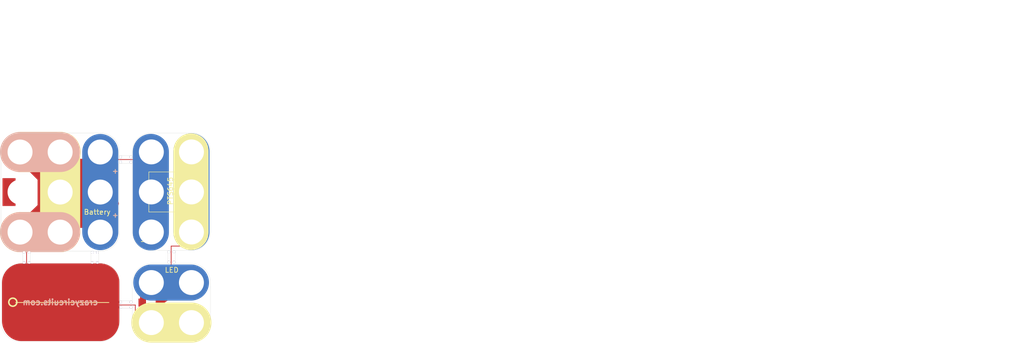
<source format=kicad_pcb>
(kicad_pcb (version 4) (host pcbnew 4.0.5-e0-6337~49~ubuntu16.04.1)

  (general
    (links 13)
    (no_connects 11)
    (area 53.377353 49.083 260.844759 118.458047)
    (thickness 1.6)
    (drawings 3)
    (tracks 24)
    (zones 0)
    (modules 9)
    (nets 4)
  )

  (page USLetter)
  (title_block
    (title "LimitedSMTLED-SMTButton-Battery Circuit Kit")
    (date "06 Jul 2017")
    (rev 1.0)
    (company "All rights reserved.")
    (comment 1 help@browndoggadgets.com)
    (comment 2 http://browndoggadgets.com/)
    (comment 3 "Brown Dog Gadgets")
  )

  (layers
    (0 F.Cu signal)
    (31 B.Cu signal)
    (34 B.Paste user)
    (35 F.Paste user)
    (36 B.SilkS user)
    (37 F.SilkS user)
    (38 B.Mask user)
    (39 F.Mask user)
    (40 Dwgs.User user)
    (44 Edge.Cuts user)
    (46 B.CrtYd user)
    (47 F.CrtYd user)
    (48 B.Fab user)
    (49 F.Fab user)
  )

  (setup
    (last_trace_width 0.1524)
    (user_trace_width 0.1524)
    (user_trace_width 0.254)
    (user_trace_width 0.3302)
    (user_trace_width 0.508)
    (user_trace_width 0.762)
    (user_trace_width 1.27)
    (trace_clearance 0.127)
    (zone_clearance 0.508)
    (zone_45_only no)
    (trace_min 0.1524)
    (segment_width 0.1524)
    (edge_width 0.1524)
    (via_size 0.6858)
    (via_drill 0.3302)
    (via_min_size 0.6858)
    (via_min_drill 0.3302)
    (user_via 0.6858 0.3302)
    (user_via 0.762 0.4064)
    (user_via 0.8636 0.508)
    (uvia_size 0.6858)
    (uvia_drill 0.3302)
    (uvias_allowed no)
    (uvia_min_size 0)
    (uvia_min_drill 0)
    (pcb_text_width 0.1524)
    (pcb_text_size 1.016 1.016)
    (mod_edge_width 0.1524)
    (mod_text_size 1.016 1.016)
    (mod_text_width 0.1524)
    (pad_size 1.524 1.524)
    (pad_drill 0.762)
    (pad_to_mask_clearance 0.0762)
    (solder_mask_min_width 0.1016)
    (pad_to_paste_clearance -0.0762)
    (aux_axis_origin 0 0)
    (visible_elements FFFEDF7D)
    (pcbplotparams
      (layerselection 0x310fc_80000001)
      (usegerberextensions true)
      (excludeedgelayer true)
      (linewidth 0.100000)
      (plotframeref false)
      (viasonmask false)
      (mode 1)
      (useauxorigin false)
      (hpglpennumber 1)
      (hpglpenspeed 20)
      (hpglpendiameter 15)
      (hpglpenoverlay 2)
      (psnegative false)
      (psa4output false)
      (plotreference true)
      (plotvalue true)
      (plotinvisibletext false)
      (padsonsilk false)
      (subtractmaskfromsilk false)
      (outputformat 1)
      (mirror false)
      (drillshape 0)
      (scaleselection 1)
      (outputdirectory gerbers))
  )

  (net 0 "")
  (net 1 GND)
  (net 2 "Net-(LED1-Pad+)")
  (net 3 VCC)

  (net_class Default "This is the default net class."
    (clearance 0.127)
    (trace_width 0.1524)
    (via_dia 0.6858)
    (via_drill 0.3302)
    (uvia_dia 0.6858)
    (uvia_drill 0.3302)
    (add_net GND)
    (add_net "Net-(LED1-Pad+)")
    (add_net VCC)
  )

  (module Crazy_Circuits:TAB-20MIL-2x2-SNAP (layer F.Cu) (tedit 582F3AD7) (tstamp 588F2E14)
    (at 62.1234 100.292)
    (fp_text reference REF** (at 1.778 -4.318) (layer F.Fab) hide
      (effects (font (size 1 1) (thickness 0.15)))
    )
    (fp_text value TAB-20MIL-2x4-SNAP (at 0 -4.1) (layer F.Fab) hide
      (effects (font (size 1 1) (thickness 0.15)))
    )
    (fp_line (start -0.762 1.27) (end -0.762 -1.27) (layer Edge.Cuts) (width 0.04064))
    (fp_line (start 0.762 1.27) (end 0.762 -1.27) (layer Edge.Cuts) (width 0.04064))
    (fp_line (start -0.762 1.27) (end -0.762 -1.27) (layer F.Fab) (width 0.04064))
    (fp_line (start 0.762 1.27) (end 0.762 -1.27) (layer F.Fab) (width 0.04064))
    (pad 1 thru_hole circle (at -0.508 -1.016) (size 0.5 0.5) (drill 0.5) (layers *.Cu))
    (pad 1 thru_hole circle (at 0.508 -1.016) (size 0.5 0.5) (drill 0.5) (layers *.Cu))
    (pad 1 thru_hole circle (at 0.508 1.016) (size 0.5 0.5) (drill 0.5) (layers *.Cu))
    (pad 1 thru_hole circle (at -0.508 1.016) (size 0.5 0.5) (drill 0.5) (layers *.Cu))
  )

  (module Crazy_Circuits:TAB-20MIL-2x2-SNAP (layer F.Cu) (tedit 582F3AD7) (tstamp 588F2E09)
    (at 75.7234 100.292)
    (fp_text reference REF** (at 1.778 -4.318) (layer F.Fab) hide
      (effects (font (size 1 1) (thickness 0.15)))
    )
    (fp_text value TAB-20MIL-2x4-SNAP (at 0 -4.1) (layer F.Fab) hide
      (effects (font (size 1 1) (thickness 0.15)))
    )
    (fp_line (start -0.762 1.27) (end -0.762 -1.27) (layer Edge.Cuts) (width 0.04064))
    (fp_line (start 0.762 1.27) (end 0.762 -1.27) (layer Edge.Cuts) (width 0.04064))
    (fp_line (start -0.762 1.27) (end -0.762 -1.27) (layer F.Fab) (width 0.04064))
    (fp_line (start 0.762 1.27) (end 0.762 -1.27) (layer F.Fab) (width 0.04064))
    (pad 1 thru_hole circle (at -0.508 -1.016) (size 0.5 0.5) (drill 0.5) (layers *.Cu))
    (pad 1 thru_hole circle (at 0.508 -1.016) (size 0.5 0.5) (drill 0.5) (layers *.Cu))
    (pad 1 thru_hole circle (at 0.508 1.016) (size 0.5 0.5) (drill 0.5) (layers *.Cu))
    (pad 1 thru_hole circle (at -0.508 1.016) (size 0.5 0.5) (drill 0.5) (layers *.Cu))
  )

  (module Crazy_Circuits:TAB-20MIL-2x2-SNAP (layer F.Cu) (tedit 582F3AD7) (tstamp 588F2DC4)
    (at 81.9234 109.712 270)
    (fp_text reference REF** (at 1.778 -4.318 270) (layer F.Fab) hide
      (effects (font (size 1 1) (thickness 0.15)))
    )
    (fp_text value TAB-20MIL-2x4-SNAP (at 0 -4.1 270) (layer F.Fab) hide
      (effects (font (size 1 1) (thickness 0.15)))
    )
    (fp_line (start -0.762 1.27) (end -0.762 -1.27) (layer Edge.Cuts) (width 0.04064))
    (fp_line (start 0.762 1.27) (end 0.762 -1.27) (layer Edge.Cuts) (width 0.04064))
    (fp_line (start -0.762 1.27) (end -0.762 -1.27) (layer F.Fab) (width 0.04064))
    (fp_line (start 0.762 1.27) (end 0.762 -1.27) (layer F.Fab) (width 0.04064))
    (pad 1 thru_hole circle (at -0.508 -1.016 270) (size 0.5 0.5) (drill 0.5) (layers *.Cu))
    (pad 1 thru_hole circle (at 0.508 -1.016 270) (size 0.5 0.5) (drill 0.5) (layers *.Cu))
    (pad 1 thru_hole circle (at 0.508 1.016 270) (size 0.5 0.5) (drill 0.5) (layers *.Cu))
    (pad 1 thru_hole circle (at -0.508 1.016 270) (size 0.5 0.5) (drill 0.5) (layers *.Cu))
  )

  (module Crazy_Circuits:TAB-20MIL-2x2-SNAP (layer F.Cu) (tedit 582F3AD7) (tstamp 588F26D4)
    (at 81.9134 80.722 90)
    (fp_text reference REF** (at 1.778 -4.318 90) (layer F.Fab) hide
      (effects (font (size 1 1) (thickness 0.15)))
    )
    (fp_text value TAB-20MIL-2x4-SNAP (at 0 -4.1 90) (layer F.Fab) hide
      (effects (font (size 1 1) (thickness 0.15)))
    )
    (fp_line (start -0.762 1.27) (end -0.762 -1.27) (layer Edge.Cuts) (width 0.04064))
    (fp_line (start 0.762 1.27) (end 0.762 -1.27) (layer Edge.Cuts) (width 0.04064))
    (fp_line (start -0.762 1.27) (end -0.762 -1.27) (layer F.Fab) (width 0.04064))
    (fp_line (start 0.762 1.27) (end 0.762 -1.27) (layer F.Fab) (width 0.04064))
    (pad 1 thru_hole circle (at -0.508 -1.016 90) (size 0.5 0.5) (drill 0.5) (layers *.Cu))
    (pad 1 thru_hole circle (at 0.508 -1.016 90) (size 0.5 0.5) (drill 0.5) (layers *.Cu))
    (pad 1 thru_hole circle (at 0.508 1.016 90) (size 0.5 0.5) (drill 0.5) (layers *.Cu))
    (pad 1 thru_hole circle (at -0.508 1.016 90) (size 0.5 0.5) (drill 0.5) (layers *.Cu))
  )

  (module Crazy_Circuits:TAB-20MIL-2x2-SNAP (layer F.Cu) (tedit 582F3AD7) (tstamp 588F26C5)
    (at 91.0114 100.196 180)
    (fp_text reference REF** (at 1.778 -4.318 180) (layer F.Fab) hide
      (effects (font (size 1 1) (thickness 0.15)))
    )
    (fp_text value TAB-20MIL-2x4-SNAP (at 0 -4.1 180) (layer F.Fab) hide
      (effects (font (size 1 1) (thickness 0.15)))
    )
    (fp_line (start -0.762 1.27) (end -0.762 -1.27) (layer Edge.Cuts) (width 0.04064))
    (fp_line (start 0.762 1.27) (end 0.762 -1.27) (layer Edge.Cuts) (width 0.04064))
    (fp_line (start -0.762 1.27) (end -0.762 -1.27) (layer F.Fab) (width 0.04064))
    (fp_line (start 0.762 1.27) (end 0.762 -1.27) (layer F.Fab) (width 0.04064))
    (pad 1 thru_hole circle (at -0.508 -1.016 180) (size 0.5 0.5) (drill 0.5) (layers *.Cu))
    (pad 1 thru_hole circle (at 0.508 -1.016 180) (size 0.5 0.5) (drill 0.5) (layers *.Cu))
    (pad 1 thru_hole circle (at 0.508 1.016 180) (size 0.5 0.5) (drill 0.5) (layers *.Cu))
    (pad 1 thru_hole circle (at -0.508 1.016 180) (size 0.5 0.5) (drill 0.5) (layers *.Cu))
  )

  (module Crazy_Circuits:LOGO-CRAZY-2x3 (layer F.Cu) (tedit 5890D93F) (tstamp 58915F29)
    (at 64.8334 109.2825)
    (descr "LED 5mm round vertical")
    (tags "LED 5mm round vertical")
    (fp_text reference LOGO (at 4.05 -0.2005) (layer F.Fab)
      (effects (font (size 1 1) (thickness 0.15)))
    )
    (fp_text value Val** (at 0 0) (layer F.SilkS) hide
      (effects (font (thickness 0.15)))
    )
    (fp_text user crazycircuits.com (at 4 -0.0635) (layer B.SilkS)
      (effects (font (size 1.143 1.143) (thickness 0.254)) (justify mirror))
    )
    (fp_line (start 15 -1.4) (end 13.5 -0.4) (layer F.Mask) (width 0.5))
    (fp_line (start 13.161 -0.354) (end 14.4945 -1.3065) (layer F.Mask) (width 0.1524))
    (fp_line (start 14.1135 -1.1795) (end 13.161 -0.354) (layer F.Mask) (width 0.1524))
    (fp_line (start 13.034 -0.4175) (end 14.1135 -1.1795) (layer F.Mask) (width 0.1524))
    (fp_line (start 13.923 -1.116) (end 13.034 -0.4175) (layer F.Mask) (width 0.1524))
    (fp_line (start 12.78 -0.354) (end 13.923 -1.116) (layer F.Mask) (width 0.1524))
    (fp_line (start 13.6055 -0.989) (end 12.78 -0.354) (layer F.Mask) (width 0.1524))
    (fp_line (start 12.653 -0.4175) (end 13.6055 -0.989) (layer F.Mask) (width 0.1524))
    (fp_line (start 13.415 -0.989) (end 12.653 -0.4175) (layer F.Mask) (width 0.1524))
    (fp_line (start 12.653 -0.5445) (end 13.415 -0.989) (layer F.Mask) (width 0.1524))
    (fp_line (start 13.161 -0.989) (end 12.653 -0.5445) (layer F.Mask) (width 0.1524))
    (fp_line (start 12.5895 -0.6715) (end 13.161 -0.989) (layer F.Mask) (width 0.1524))
    (fp_line (start 13.161 -1.1795) (end 12.5895 -0.6715) (layer F.Mask) (width 0.1524))
    (fp_line (start 13.161 -1.3065) (end 12.526 -0.7985) (layer F.Mask) (width 0.1524))
    (fp_line (start 13.288 -1.497) (end 12.4625 -0.9255) (layer F.Mask) (width 0.1524))
    (fp_line (start 13.288 -1.624) (end 12.4625 -1.0525) (layer F.Mask) (width 0.1524))
    (fp_line (start 11.2 -0.4) (end 10 -1.9) (layer F.Mask) (width 0.5))
    (fp_line (start 13.6 -0.4) (end 11.2315 -0.4) (layer F.Mask) (width 0.5))
    (fp_line (start 14.939 -1.4335) (end 13.3515 -0.2905) (layer F.Mask) (width 0.1524))
    (fp_line (start 13.161 -0.989) (end 14.939 -1.4335) (layer F.Mask) (width 0.5))
    (fp_line (start 14 -2.5) (end 13.161 -0.989) (layer F.Mask) (width 0.5))
    (fp_line (start 12.399 -1.1795) (end 14 -2.5) (layer F.Mask) (width 0.5))
    (fp_line (start 11.6 -3.6) (end 12.399 -1.116) (layer F.Mask) (width 0.5))
    (fp_line (start 11.637 -1.243) (end 11.6 -3.5) (layer F.Mask) (width 0.5))
    (fp_line (start 10 -2) (end 11.637 -1.243) (layer F.Mask) (width 0.5))
    (fp_line (start 11.383 -0.2905) (end 10.5575 -1.497) (layer F.Mask) (width 0.1524))
    (fp_line (start -4.8895 0) (end 13.7 0) (layer F.SilkS) (width 0.1524))
    (fp_circle (center -5.461 -0.0635) (end -5 0.6) (layer F.SilkS) (width 0.3))
    (fp_text user CRAZY (at 1.2 -1.9) (layer F.SilkS) hide
      (effects (font (size 2.5 2.5) (thickness 0.5)))
    )
    (fp_line (start 11.9 -7.8) (end -3.9 -7.8) (layer Edge.Cuts) (width 0.04064))
    (fp_line (start 11.9 7.8) (end -3.9 7.8) (layer Edge.Cuts) (width 0.04064))
    (fp_line (start 15.8 3.9) (end 15.8 -3.9) (layer Edge.Cuts) (width 0.04064))
    (fp_line (start -7.8 3.9) (end -7.8 -3.9) (layer Edge.Cuts) (width 0.04064))
    (fp_arc (start 11.9 -3.9) (end 11.9 -7.8) (angle 90) (layer Edge.Cuts) (width 0.04064))
    (fp_arc (start 11.9 3.9) (end 15.8 3.9) (angle 90) (layer Edge.Cuts) (width 0.04064))
    (fp_arc (start -3.9 3.9) (end -3.9 7.8) (angle 90) (layer Edge.Cuts) (width 0.04064))
    (fp_arc (start -3.9 -3.9) (end -7.8 -3.9) (angle 90) (layer Edge.Cuts) (width 0.04064))
    (fp_line (start 12 -7.8) (end -3.9 -7.8) (layer F.Fab) (width 0.04064))
    (fp_line (start 12 7.8) (end -3.9 7.8) (layer F.Fab) (width 0.04064))
    (fp_line (start 15.8 3.9) (end 15.8 -3.9) (layer F.Fab) (width 0.04064))
    (fp_line (start -7.8 3.9) (end -7.8 -3.9) (layer F.Fab) (width 0.04064))
    (fp_arc (start 11.9 -3.9) (end 11.9 -7.8) (angle 90) (layer F.Fab) (width 0.04064))
    (fp_arc (start 11.9 3.9) (end 15.8 3.9) (angle 90) (layer F.Fab) (width 0.04064))
    (fp_arc (start -3.9 3.9) (end -3.9 7.8) (angle 90) (layer F.Fab) (width 0.04064))
    (fp_arc (start -3.9 -3.9) (end -7.8 -3.9) (angle 90) (layer F.Fab) (width 0.04064))
    (fp_text user CIRCUITS (at 6.1 2.2) (layer F.SilkS) hide
      (effects (font (size 2.5 2.5) (thickness 0.5)))
    )
    (fp_line (start 11.637 -0.4175) (end 11.002 -1.3065) (layer F.Mask) (width 0.5))
    (fp_line (start 11.8275 -0.4175) (end 11.256 -1.243) (layer F.Mask) (width 0.254))
    (fp_line (start 11.9545 -0.4175) (end 11.51 -1.1795) (layer F.Mask) (width 0.254))
    (fp_line (start 12.2085 -0.4175) (end 11.764 -1.243) (layer F.Mask) (width 0.254))
    (fp_line (start 12.399 -0.4175) (end 11.8275 -1.497) (layer F.Mask) (width 0.254))
    (fp_line (start 12.5895 -0.4175) (end 11.7005 -2.132) (layer F.Mask) (width 0.254))
    (fp_line (start 11.764 -1.4335) (end 11.7005 -2.259) (layer F.Mask) (width 0.254))
    (pad BG smd oval (at 4.1 -4) (size 23.24 7.62) (layers F.Cu))
    (pad BG smd oval (at -3.81 -0.127 90) (size 15.24 7.62) (layers F.Cu))
    (pad BG smd oval (at 12 -0.1905 270) (size 15.24 7.62) (layers F.Cu))
    (pad BG smd oval (at 4.1 3.9) (size 23.24 7.62) (layers F.Cu))
    (pad BG smd oval (at 4.1 0) (size 23.24 7.62) (layers F.Cu))
  )

  (module Crazy_Circuits:LED-SMT-1206-2x2-LIMITED (layer F.Cu) (tedit 595EEB3D) (tstamp 588E827C)
    (at 87 113.3)
    (descr "1206 surface mount centered 2x2")
    (path /5812A3C4)
    (fp_text reference LED1 (at 0 0) (layer F.SilkS)
      (effects (font (thickness 0.15)))
    )
    (fp_text value LED (at 4.1 -3.9) (layer F.Fab) hide
      (effects (font (size 1 1) (thickness 0.15)))
    )
    (fp_arc (start 0 0) (end 2.8 0) (angle 180) (layer F.Mask) (width 0.6))
    (fp_line (start 1.75 -4) (end 4 -5.5) (layer F.Cu) (width 1))
    (fp_line (start 3 -6.75) (end 3 -5.75) (layer F.Fab) (width 0.04064))
    (fp_line (start 5 -6.75) (end 3 -6.75) (layer F.Fab) (width 0.04064))
    (fp_line (start 5 -0.75) (end 5 -6.75) (layer F.Fab) (width 0.04064))
    (fp_line (start 3 -0.75) (end 5 -0.75) (layer F.Fab) (width 0.04064))
    (fp_line (start 3 -5.75) (end 3 -0.75) (layer F.Fab) (width 0.04064))
    (fp_line (start 3 -3) (end -3 -3) (layer F.Fab) (width 0.04064))
    (fp_line (start 3 -5) (end 3 -3) (layer F.Fab) (width 0.04064))
    (fp_line (start -3 -5) (end 3 -5) (layer F.Fab) (width 0.04064))
    (fp_line (start -3 -3) (end -3 -5) (layer F.Fab) (width 0.04064))
    (fp_text user - (at 4 -1.75) (layer F.Fab)
      (effects (font (size 1 1) (thickness 0.15)))
    )
    (fp_text user + (at 4 -5.75) (layer F.Fab)
      (effects (font (size 1 1) (thickness 0.15)))
    )
    (fp_text user LED (at 4 -3.75 90) (layer F.Fab)
      (effects (font (size 1 1) (thickness 0.15)))
    )
    (fp_text user RES (at 0 -4 180) (layer F.Fab)
      (effects (font (size 1 1) (thickness 0.15)))
    )
    (fp_line (start 0 0) (end 8 0) (layer F.SilkS) (width 8))
    (fp_text user %R (at 3.95 -4) (layer F.Fab) hide
      (effects (font (size 1 1) (thickness 0.15)))
    )
    (fp_line (start 0 0) (end 7.9 0) (layer B.Cu) (width 7.2))
    (fp_text user LED (at 4.075 -10.5 180) (layer F.SilkS)
      (effects (font (size 1 1) (thickness 0.15)))
    )
    (fp_line (start 0 0) (end 7.9 0) (layer B.Mask) (width 7.2))
    (fp_line (start 0 -8) (end 7.9 -8) (layer B.Cu) (width 7.2))
    (fp_line (start 0 -8) (end 7.9 -8) (layer B.Mask) (width 7.2))
    (fp_line (start 0.1 -1.15) (end 8.225 -1.15) (layer F.Cu) (width 2))
    (fp_line (start 7.9 -11.8) (end 0.1 -11.8) (layer Edge.Cuts) (width 0.04064))
    (fp_line (start 7.9 3.8) (end 0.1 3.8) (layer Edge.Cuts) (width 0.04064))
    (fp_line (start 11.8 -0.1) (end 11.8 -7.9) (layer Edge.Cuts) (width 0.04064))
    (fp_line (start -3.8 -0.1) (end -3.8 -7.9) (layer Edge.Cuts) (width 0.04064))
    (fp_arc (start 7.9 -7.9) (end 7.9 -11.8) (angle 90) (layer Edge.Cuts) (width 0.04064))
    (fp_arc (start 7.9 -0.1) (end 11.8 -0.1) (angle 90) (layer Edge.Cuts) (width 0.04064))
    (fp_arc (start 0.1 -0.1) (end 0.1 3.8) (angle 90) (layer Edge.Cuts) (width 0.04064))
    (fp_arc (start 0.1 -7.9) (end -3.8 -7.9) (angle 90) (layer Edge.Cuts) (width 0.04064))
    (fp_line (start 7.9 -11.8) (end 0.1 -11.8) (layer F.Fab) (width 0.04064))
    (fp_line (start 7.9 3.8) (end 0.1 3.8) (layer F.Fab) (width 0.04064))
    (fp_line (start 11.8 -0.1) (end 11.8 -7.9) (layer F.Fab) (width 0.04064))
    (fp_line (start -3.8 -0.1) (end -3.8 -7.9) (layer F.Fab) (width 0.04064))
    (fp_arc (start 7.9 -7.9) (end 7.9 -11.8) (angle 90) (layer F.Fab) (width 0.04064))
    (fp_arc (start 7.9 -0.1) (end 11.8 -0.1) (angle 90) (layer F.Fab) (width 0.04064))
    (fp_arc (start 0.1 -0.1) (end 0.1 3.8) (angle 90) (layer F.Fab) (width 0.04064))
    (fp_arc (start 0.1 -7.9) (end -3.8 -7.9) (angle 90) (layer F.Fab) (width 0.04064))
    (fp_line (start -1.75 -7) (end -1.75 -4) (layer F.Cu) (width 1))
    (fp_arc (start 8 0) (end 8 -2.8) (angle 270) (layer F.Mask) (width 0.6))
    (fp_arc (start 8 -8) (end 5.2 -8) (angle 270) (layer F.Mask) (width 0.6))
    (fp_arc (start 0 -8) (end -2.8 -8) (angle 180) (layer F.Mask) (width 0.6))
    (pad 1 smd rect (at -1.81 -4 90) (size 1.6 1.5) (layers F.Cu F.Paste F.Mask))
    (pad - thru_hole circle (at 0 0) (size 6 6) (drill 4.98) (layers *.Cu B.Mask)
      (net 1 GND))
    (pad + thru_hole circle (at 0 -8) (size 6 6) (drill 4.98) (layers *.Cu B.Mask)
      (net 2 "Net-(LED1-Pad+)"))
    (pad + thru_hole circle (at 8 -8) (size 6 6) (drill 4.98) (layers *.Cu B.Mask)
      (net 2 "Net-(LED1-Pad+)"))
    (pad - thru_hole circle (at 8 0) (size 6 6) (drill 4.98) (layers *.Cu B.Mask)
      (net 1 GND))
    (pad 3 smd rect (at 1.61 -4 90) (size 1.6 1.5) (layers F.Cu F.Paste F.Mask))
    (pad 2 smd rect (at 4 -2.04) (size 1.6 1.5) (layers F.Cu F.Paste F.Mask))
    (pad 3 smd rect (at 4 -5.46) (size 1.6 1.5) (layers F.Cu F.Paste F.Mask))
  )

  (module Crazy_Circuits:CR2032-3x3 (layer F.Cu) (tedit 58A2B6B1) (tstamp 588E9B09)
    (at 60.8134 95.222)
    (path /5812380B)
    (fp_text reference BT1 (at 4 -8 90) (layer F.Fab) hide
      (effects (font (size 1 1) (thickness 0.15)))
    )
    (fp_text value Battery (at 15.4 -4) (layer F.SilkS)
      (effects (font (size 1 1) (thickness 0.15)))
    )
    (fp_arc (start 0 0) (end 2.4765 1.0795) (angle 261.702842) (layer F.Mask) (width 0.6))
    (fp_line (start 0 -16.129) (end 8.001 -7.874) (layer F.Cu) (width 2.54))
    (fp_text user %R (at 8 -8) (layer F.Fab)
      (effects (font (size 1 1) (thickness 0.15)))
    )
    (fp_line (start 0 3.8) (end 16 3.8) (layer Edge.Cuts) (width 0.05))
    (fp_line (start -3.8 -16) (end -3.8 0) (layer Edge.Cuts) (width 0.05))
    (fp_line (start 19.8 -16) (end 19.8 0) (layer Edge.Cuts) (width 0.05))
    (fp_line (start 0 -19.8) (end 16 -19.8) (layer Edge.Cuts) (width 0.05))
    (fp_arc (start 0 -16) (end -3.8 -16) (angle 90) (layer Edge.Cuts) (width 0.05))
    (fp_arc (start 0 0) (end 0 3.8) (angle 90) (layer Edge.Cuts) (width 0.05))
    (fp_arc (start 16 0) (end 19.8 0) (angle 90) (layer Edge.Cuts) (width 0.05))
    (fp_arc (start 16 -16) (end 16 -19.8) (angle 90) (layer Edge.Cuts) (width 0.05))
    (fp_line (start 0 3.8) (end 16 3.8) (layer F.Fab) (width 0.05))
    (fp_line (start -3.8 -16) (end -3.8 0) (layer F.Fab) (width 0.05))
    (fp_line (start 19.8 -16) (end 19.8 0) (layer F.Fab) (width 0.05))
    (fp_line (start 0 -19.8) (end 16 -19.8) (layer F.Fab) (width 0.05))
    (fp_arc (start 0 -16) (end -3.8 -16) (angle 90) (layer F.Fab) (width 0.05))
    (fp_arc (start 0 0) (end 0 3.8) (angle 90) (layer F.Fab) (width 0.05))
    (fp_arc (start 16 0) (end 19.8 0) (angle 90) (layer F.Fab) (width 0.05))
    (fp_arc (start 16 -16) (end 16 -19.8) (angle 90) (layer F.Fab) (width 0.05))
    (fp_line (start 0 0) (end 8 0) (layer B.SilkS) (width 8))
    (fp_line (start 8 0) (end 8 -16) (layer F.SilkS) (width 8))
    (fp_text user + (at 19 -3.4) (layer B.SilkS)
      (effects (font (size 1 1) (thickness 0.15)) (justify mirror))
    )
    (fp_line (start 8 -16) (end 0 -16) (layer B.Mask) (width 7.2))
    (fp_line (start 8 0) (end 8 -16) (layer B.Mask) (width 7.2))
    (fp_line (start 0 0) (end 8 0) (layer B.Mask) (width 7.2))
    (fp_line (start 8 -16) (end 8 0) (layer B.Cu) (width 7.2))
    (fp_line (start 0 -16) (end 8 -16) (layer B.Cu) (width 7.2))
    (fp_line (start 0 0) (end 8 0) (layer B.Cu) (width 7.2))
    (fp_line (start 16 0) (end 16 -16) (layer B.Cu) (width 7.2))
    (fp_text user + (at 19 -12.2) (layer F.SilkS)
      (effects (font (size 1 1) (thickness 0.15)))
    )
    (fp_line (start 16 -16) (end 16 0) (layer B.Mask) (width 7.2))
    (fp_line (start 0 -16) (end 8 -16) (layer B.SilkS) (width 8))
    (fp_line (start 0 0) (end 8 0) (layer F.SilkS) (width 8))
    (fp_text user + (at 19 -12.2) (layer B.SilkS)
      (effects (font (size 1 1) (thickness 0.15)) (justify mirror))
    )
    (fp_text user + (at 19 -3.4) (layer F.SilkS)
      (effects (font (size 1 1) (thickness 0.15)))
    )
    (fp_line (start 0.1 -16) (end 8.1 -16) (layer F.SilkS) (width 8))
    (fp_line (start -0.381 0.127) (end 7.874 -7.874) (layer F.Cu) (width 2.54))
    (fp_line (start 16.002 -15.875) (end 18.923 -10.414) (layer F.Cu) (width 1.27))
    (fp_line (start 16.002 -0.127) (end 19.05 -5.715) (layer F.Cu) (width 1.27))
    (fp_arc (start -0.002858 -16.014324) (end 0.635 -13.3985) (angle 272.3978068) (layer F.Mask) (width 0.6))
    (fp_arc (start 16.068358 0.012324) (end 15.4305 -2.6035) (angle 272.3978068) (layer F.Mask) (width 0.6))
    (fp_arc (start 16.002 -16.002) (end 13.5255 -17.0815) (angle 261.702842) (layer F.Mask) (width 0.6))
    (pad "" np_thru_hole circle (at 8 -8) (size 4.98 4.98) (drill 4.98) (layers *.Cu B.Mask))
    (pad "" np_thru_hole circle (at 0 -8) (size 4.98 4.98) (drill 4.98) (layers *.Cu B.Mask))
    (pad "" np_thru_hole circle (at 16 -8) (size 4.98 4.98) (drill 4.98) (layers *.Cu B.Mask))
    (pad + smd rect (at 18.2 -8) (size 2.6 5.56) (layers F.Cu F.Paste F.Mask)
      (net 3 VCC))
    (pad GND smd rect (at 7.996 -7.746) (size 9 13.8) (layers F.Cu F.Paste F.Mask)
      (net 1 GND))
    (pad + smd rect (at -2.2 -8) (size 2.6 5.56) (layers F.Cu F.Paste F.Mask)
      (net 3 VCC))
    (pad GND thru_hole circle (at 0 -16) (size 6 6) (drill 4.98) (layers *.Cu B.Mask)
      (net 1 GND))
    (pad "" np_thru_hole circle (at 8 -16) (size 4.98 4.98) (drill 4.98) (layers *.Cu B.Mask))
    (pad + thru_hole circle (at 16 -16) (size 6 6) (drill 4.98) (layers *.Cu B.Mask)
      (net 3 VCC))
    (pad GND thru_hole circle (at 0 0) (size 6 6) (drill 4.98) (layers *.Cu B.Mask)
      (net 1 GND))
    (pad "" np_thru_hole circle (at 8 0) (size 4.98 4.98) (drill 4.98) (layers *.Cu B.Mask))
    (pad + thru_hole circle (at 16 0) (size 6 6) (drill 4.98) (layers *.Cu B.Mask)
      (net 3 VCC))
  )

  (module Crazy_Circuits:SWITCH-6mm-SQUARE-PTS645-SMT-2x3 (layer F.Cu) (tedit 58A2AE38) (tstamp 5890E188)
    (at 95.0034 95.202 90)
    (descr "2x4 Pushbutton B3FS-4000 SMT")
    (tags "2x4 Pushbutton B3FS-4000 SMT")
    (path /58123822)
    (fp_text reference SW1 (at 8 -4 90) (layer F.Fab)
      (effects (font (size 1 1) (thickness 0.15)))
    )
    (fp_text value Pushbutton (at 3.6 5 90) (layer F.Fab) hide
      (effects (font (size 1 1) (thickness 0.15)))
    )
    (fp_arc (start -0.0254 0) (end 2.7432 0.0254) (angle 270.4454995) (layer F.Mask) (width 0.6))
    (fp_line (start 12 -0.5) (end 4 -0.5) (layer F.SilkS) (width 0.1))
    (fp_line (start 12 -8.5) (end 12 -0.5) (layer F.SilkS) (width 0.1))
    (fp_line (start 4 -8.5) (end 12 -8.5) (layer F.SilkS) (width 0.1))
    (fp_line (start 4 -0.5) (end 4 -8.5) (layer F.SilkS) (width 0.1))
    (fp_line (start 11 -1.5) (end 5 -1.5) (layer F.Fab) (width 0.04064))
    (fp_line (start 11 -7.5) (end 11 -1.5) (layer F.Fab) (width 0.04064))
    (fp_line (start 5 -7.5) (end 11 -7.5) (layer F.Fab) (width 0.04064))
    (fp_line (start 5 -1.5) (end 5 -7.5) (layer F.Fab) (width 0.04064))
    (fp_text user PTS645 (at 8.2 -4.2 90) (layer F.SilkS)
      (effects (font (size 1 1) (thickness 0.15)))
    )
    (fp_line (start 16.2 -0.1) (end -0.1 -0.1) (layer F.SilkS) (width 7))
    (fp_arc (start 0.106632 -8.00018) (end -3.693368 -7.90018) (angle 89.9) (layer Edge.Cuts) (width 0.04064))
    (fp_arc (start 0.111824 0) (end 0 3.8) (angle 88.31442243) (layer Edge.Cuts) (width 0.04064))
    (fp_arc (start 16 0) (end 19.8 -0.1) (angle 91.50743576) (layer Edge.Cuts) (width 0.04064))
    (fp_arc (start 16 -8) (end 15.9 -11.8) (angle 91.50743576) (layer Edge.Cuts) (width 0.04064))
    (fp_line (start 19.8 -8) (end 19.8 0) (layer Edge.Cuts) (width 0.04064))
    (fp_line (start 15.9 -11.8) (end 0 -11.8) (layer Edge.Cuts) (width 0.04064))
    (fp_line (start 16.1 3.8) (end 0 3.8) (layer Edge.Cuts) (width 0.04064))
    (fp_line (start -3.7 -8) (end -3.7 0) (layer Edge.Cuts) (width 0.04064))
    (fp_arc (start 0.106632 -8.00018) (end -3.693368 -7.90018) (angle 89.9) (layer F.Fab) (width 0.04064))
    (fp_arc (start 0.111824 0) (end 0 3.8) (angle 88.31442243) (layer F.Fab) (width 0.04064))
    (fp_arc (start 16 0) (end 19.8 -0.1) (angle 91.50743576) (layer F.Fab) (width 0.04064))
    (fp_arc (start 16 -8) (end 15.9 -11.8) (angle 91.50743576) (layer F.Fab) (width 0.04064))
    (fp_line (start 19.8 -8) (end 19.8 0) (layer F.Fab) (width 0.04064))
    (fp_line (start 15.9 -11.8) (end 0 -11.8) (layer F.Fab) (width 0.04064))
    (fp_line (start 16 3.8) (end 0 3.8) (layer F.Fab) (width 0.04064))
    (fp_line (start -3.7 -8) (end -3.7 0) (layer F.Fab) (width 0.04064))
    (fp_line (start 10.1 2) (end 10.1 -0.25) (layer F.SilkS) (width 0.1524))
    (fp_line (start -1.9 -0.25) (end -1.9 2) (layer F.SilkS) (width 0.1524))
    (fp_line (start -1.9 -10) (end -1.9 -7.75) (layer F.SilkS) (width 0.1524))
    (fp_line (start 16.1 0) (end 0 0) (layer B.Cu) (width 7.2))
    (fp_line (start 16.1 0) (end 0 0) (layer B.Mask) (width 7.2))
    (fp_line (start 16.1 0) (end 0 0) (layer F.Cu) (width 5))
    (fp_line (start 16 -8.1) (end -0.3 -8.1) (layer F.Cu) (width 5))
    (fp_line (start 16 -8.1) (end -0.1 -8.1) (layer B.Cu) (width 7.2))
    (fp_line (start 16 -8.1) (end -0.1 -8.1) (layer B.Mask) (width 7.2))
    (fp_arc (start -0.046488 -8.001394) (end -0.046488 -5.258194) (angle 268.9302575) (layer F.Mask) (width 0.6))
    (fp_arc (start 8.001 -8.001394) (end 5.2578 -8.001394) (angle 180.9710219) (layer F.Mask) (width 0.6))
    (fp_arc (start 16.002 -8.001394) (end 13.2588 -8.001394) (angle 269.0761928) (layer F.Mask) (width 0.6))
    (fp_arc (start 16.002 0) (end 16.002 -2.7432) (angle 268.9302575) (layer F.Mask) (width 0.6))
    (fp_arc (start 8.000606 0.046488) (end 10.743806 0.046488) (angle 180.9710219) (layer F.Mask) (width 0.6))
    (pad 1 thru_hole circle (at 0 -8) (size 6 6) (drill 4.98) (layers *.Cu B.Mask)
      (net 3 VCC))
    (pad 2 thru_hole circle (at 8 -8) (size 6 6) (drill 4.98) (layers *.Cu B.Mask)
      (net 2 "Net-(LED1-Pad+)"))
    (pad 4 thru_hole circle (at 8 0) (size 6 6) (drill 4.98) (layers *.Cu B.Mask))
    (pad 3 thru_hole circle (at 0 0) (size 6 6) (drill 4.98) (layers *.Cu B.Mask))
    (pad 3 smd rect (at 4 -2.2 90) (size 1.55 1.3) (layers F.Cu F.Paste F.Mask)
      (solder_mask_margin 0.0762))
    (pad 1 smd rect (at 4 -6.7 90) (size 1.55 1.3) (layers F.Cu F.Paste F.Mask)
      (net 3 VCC) (solder_mask_margin 0.0762))
    (pad 4 smd rect (at 11.95 -2.2 90) (size 1.55 1.3) (layers F.Cu F.Paste F.Mask)
      (solder_mask_margin 0.0762))
    (pad 2 smd rect (at 11.95 -6.7 90) (size 1.55 1.3) (layers F.Cu F.Paste F.Mask)
      (net 2 "Net-(LED1-Pad+)") (solder_mask_margin 0.0762))
    (pad 2 thru_hole circle (at 16 -8) (size 6 6) (drill 4.98) (layers *.Cu B.Mask)
      (net 2 "Net-(LED1-Pad+)"))
    (pad 4 thru_hole circle (at 16 0) (size 6 6) (drill 4.98) (layers *.Cu B.Mask))
  )

  (gr_text CIRCUITS (at 70.4934 111.542) (layer F.Mask) (tstamp 58916172)
    (effects (font (size 2.5 2.5) (thickness 0.5)))
  )
  (gr_text CRAZY (at 66.6334 107.492) (layer F.Mask)
    (effects (font (size 2.5 2.5) (thickness 0.5)))
  )
  (gr_text "FABRICATION NOTES\n\n1. THIS IS A 2 LAYER BOARD. \n2. EXTERNAL LAYERS SHALL HAVE 1 OZ COPPER.\n3. MATERIAL: FR4 AND 0.062 INCH +/- 10% THICK.\n4. BOARDS SHALL BE ROHS COMPLIANT. \n5. MANUFACTURE IN ACCORDANCE WITH IPC-6012 CLASS 2\n6. MASK: BOTH SIDES OF THE BOARD SHALL HAVE \n   SOLDER MASK (ANY COLOR) OVER BARE COPPER. \n7. SILK: BOTH SIDES OF THE BOARD SHALL HAVE \n   WHITE SILKSCREEN. DO NOT PLACE SILK OVER BARE COPPER.\n8. FINISH: ENIG.\n9. MINIMUM TRACE WIDTH - 0.006 INCH.\n   MINIMUM SPACE - 0.006 INCH.\n   MINIMUM HOLE DIA - 0.013 INCH. \n10. MAX HOLE PLACEMENT TOLERANCE OF +/- 0.003 INCH.\n11. MAX HOLE DIAMETER TOLERANCE OF +/- 0.003 INCH AFTER PLATING." (at 118 83.5) (layer Dwgs.User)
    (effects (font (size 2.54 2.54) (thickness 0.254)) (justify left))
  )

  (segment (start 60.8134 95.222) (end 61.0634 95.222) (width 1.27) (layer F.Cu) (net 1))
  (segment (start 61.0634 95.222) (end 68.8094 87.476) (width 2.54) (layer F.Cu) (net 1))
  (segment (start 60.8134 79.222) (end 60.8134 79.48) (width 1.27) (layer F.Cu) (net 1))
  (segment (start 60.8134 79.48) (end 68.8094 87.476) (width 2.54) (layer F.Cu) (net 1))
  (segment (start 62.1234 98.792) (end 62.1234 102.292) (width 0.1524) (layer F.Cu) (net 1))
  (segment (start 60.8134 97.522) (end 62.1134 98.822) (width 0.1524) (layer F.Cu) (net 1))
  (segment (start 60.8134 95.242) (end 60.8134 97.522) (width 0.1524) (layer F.Cu) (net 1))
  (segment (start 83.8034 109.782) (end 83.8034 113.012) (width 0.1524) (layer F.Cu) (net 1))
  (segment (start 83.8034 109.782) (end 78.7034 109.782) (width 0.1524) (layer F.Cu) (net 1))
  (segment (start 84.0034 113.212) (end 83.8034 113.012) (width 0.1524) (layer F.Cu) (net 1))
  (segment (start 87.0034 113.212) (end 84.0034 113.212) (width 0.1524) (layer F.Cu) (net 1))
  (segment (start 93.5334 97.342) (end 95.0434 95.832) (width 0.1524) (layer F.Cu) (net 2))
  (segment (start 93.5334 98.012) (end 93.5334 97.342) (width 0.1524) (layer F.Cu) (net 2))
  (segment (start 90.9634 98.012) (end 93.5334 98.012) (width 0.1524) (layer F.Cu) (net 2))
  (segment (start 90.9634 102.412) (end 90.9634 98.012) (width 0.1524) (layer F.Cu) (net 2))
  (segment (start 90.9634 102.412) (end 92.5034 102.412) (width 0.1524) (layer F.Cu) (net 2))
  (segment (start 92.5034 102.412) (end 95.0034 104.912) (width 0.1524) (layer F.Cu) (net 2))
  (segment (start 95.0034 104.912) (end 95.0034 105.212) (width 0.1524) (layer F.Cu) (net 2))
  (segment (start 85.6134 88.602) (end 86.1134 88.102) (width 0.1524) (layer F.Cu) (net 2))
  (segment (start 80.2134 80.722) (end 85.6134 80.722) (width 0.1524) (layer F.Cu) (net 2))
  (segment (start 87.0034 95.202) (end 88.1634 95.202) (width 0.1524) (layer F.Cu) (net 3))
  (segment (start 76.8134 95.242) (end 76.8134 97.422) (width 0.1524) (layer F.Cu) (net 3))
  (segment (start 78.7334 79.242) (end 80.2134 80.722) (width 0.1524) (layer F.Cu) (net 3))
  (segment (start 76.8134 79.242) (end 78.7334 79.242) (width 0.1524) (layer F.Cu) (net 3))

)

</source>
